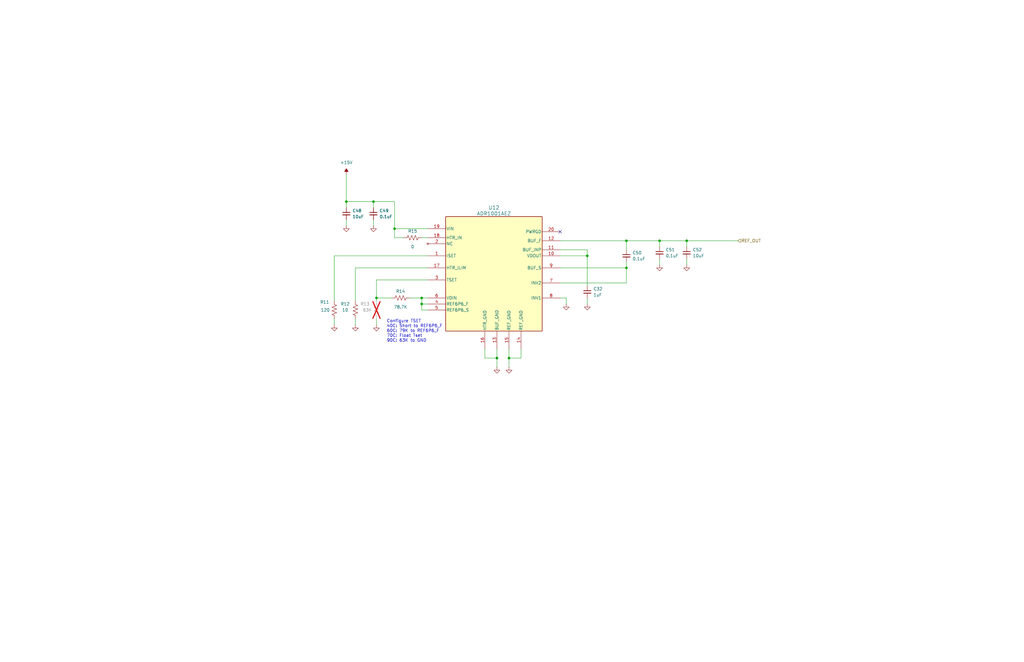
<source format=kicad_sch>
(kicad_sch (version 20250114) (generator "eeschema") (generator_version "9.0")
  (paper "B")
  (lib_symbols
    (symbol "Device:C_Small" (pin_numbers (hide yes)) (pin_names (offset 0.254) (hide yes))
      (property "Reference" "C" (at 0.254 1.778 0))
      (property "Value" "C_Small" (at 0.254 -2.032 0))
      (symbol "C_Small_0_1"
        (polyline (pts (xy -1.524 0.508) (xy 1.524 0.508)) (stroke (width 0.3048)))
        (polyline (pts (xy -1.524 -0.508) (xy 1.524 -0.508)) (stroke (width 0.3302)))
      )
      (symbol "C_Small_1_1"
        (pin passive line (at 0 2.54 270) (length 2.032) (name "~") (number "1"))
        (pin passive line (at 0 -2.54 90) (length 2.032) (name "~") (number "2"))
      )
    )
    (symbol "Device:R_US" (pin_numbers (hide yes)) (pin_names (offset 0))
      (property "Reference" "R" (at 2.54 0 90))
      (property "Value" "R_US" (at -2.54 0 90))
      (symbol "R_US_0_1"
        (polyline (pts (xy 0 2.286) (xy 0 2.54)))
        (polyline (pts (xy 0 2.286) (xy 1.016 1.905) (xy 0 1.524) (xy -1.016 1.143) (xy 0 0.762)))
        (polyline (pts (xy 0 0.762) (xy 1.016 0.381) (xy 0 0) (xy -1.016 -0.381) (xy 0 -0.762)))
        (polyline (pts (xy 0 -0.762) (xy 1.016 -1.143) (xy 0 -1.524) (xy -1.016 -1.905) (xy 0 -2.286)))
        (polyline (pts (xy 0 -2.286) (xy 0 -2.54)))
      )
      (symbol "R_US_1_1"
        (pin passive line (at 0 3.81 270) (length 1.27) (name "~") (number "1"))
        (pin passive line (at 0 -3.81 90) (length 1.27) (name "~") (number "2"))
      )
    )
    (symbol "PSC:+15V" (power) (pin_numbers (hide yes)) (pin_names (offset 0) (hide yes))
      (property "Value" "+15V" (at 0 3.556 0))
      (symbol "+15V_0_0"
        (pin power_in line (at 0 0 90) (length 0) (name "~") (number "1"))
      )
      (symbol "+15V_0_1"
        (polyline (pts (xy 0 0) (xy 0 1.27) (xy 0.762 1.27) (xy 0 2.54) (xy -0.762 1.27) (xy 0 1.27)) (fill (type outline)))
      )
    )
    (symbol "PSC:ADR1001AEZ" (pin_names (offset 0.254))
      (property "Reference" "U" (at 27.94 10.16 0))
      (property "Value" "ADR1001AEZ" (at 27.94 7.62 0))
      (symbol "ADR1001AEZ_0_1"
        (pin no_connect line (at 0 -5.08 0) (length 7.62) (name "NC") (number "2"))
        (pin unspecified line (at 0 -10.16 0) (length 7.62) (name "ISET") (number "1"))
        (pin unspecified line (at 0 -20.32 0) (length 7.62) (name "TSET") (number "3"))
        (pin input line (at 0 -27.94 0) (length 7.62) (name "VDIN") (number "6"))
        (pin power_in line (at 0 -30.48 0) (length 7.62) (name "REF6P6_F") (number "4"))
        (pin power_in line (at 0 -33.02 0) (length 7.62) (name "REF6P6_S") (number "5"))
        (pin unspecified line (at 55.88 0 180) (length 7.62) (name "PWRGD") (number "20"))
        (pin unspecified line (at 55.88 -3.81 180) (length 7.62) (name "BUF_F") (number "12"))
        (pin input line (at 55.88 -7.62 180) (length 7.62) (name "BUF_INP") (number "11"))
      )
      (symbol "ADR1001AEZ_1_1"
        (rectangle (start 7.62 6.35) (end 48.26 -41.91) (stroke (width 0.254)) (fill (type color) (color 255 255 194 1)))
        (pin power_in line (at 0 1.27 0) (length 7.62) (name "VIN") (number "19"))
        (pin power_in line (at 0 -2.54 0) (length 7.62) (name "HTR_IN") (number "18"))
        (pin unspecified line (at 0 -15.24 0) (length 7.62) (name "HTR_ILIM") (number "17"))
        (pin power_out line (at 24.13 -49.53 90) (length 7.62) (name "HTR_GND") (number "16"))
        (pin power_out line (at 29.21 -49.53 90) (length 7.62) (name "BUF_GND") (number "13"))
        (pin power_out line (at 34.29 -49.53 90) (length 7.62) (name "REF_GND") (number "15"))
        (pin power_out line (at 39.37 -49.53 90) (length 7.62) (name "REF_GND") (number "14"))
        (pin power_in line (at 55.88 -10.16 180) (length 7.62) (name "VDOUT") (number "10"))
        (pin input line (at 55.88 -15.24 180) (length 7.62) (name "BUF_S") (number "9"))
        (pin unspecified line (at 55.88 -21.59 180) (length 7.62) (name "INV2") (number "7"))
        (pin unspecified line (at 55.88 -27.94 180) (length 7.62) (name "INV1") (number "8"))
      )
    )
    (symbol "power:GND" (power) (pin_numbers (hide yes)) (pin_names (offset 0) (hide yes))
      (property "Value" "GND" (at 0 -3.81 0))
      (symbol "GND_0_1"
        (polyline (pts (xy 0 0) (xy 0 -1.27) (xy 1.27 -1.27) (xy 0 -2.54) (xy -1.27 -1.27) (xy 0 -1.27)))
      )
      (symbol "GND_1_1"
        (pin power_in line (at 0 0 270) (length 0) (name "~") (number "1"))
      )
    )
  )
  (text "Configure TSET\n40C: Short to REF6P6_F\n60C: 79K to REF6P6_F\n70C: Float Tset\n90C: 63K to GND" (at 163.068 139.7 0) (effects (font (size 1.27 1.27)) (justify left)))
  (junction (at 166.37 96.52))
  (junction (at 158.75 125.73))
  (junction (at 264.16 101.6))
  (junction (at 247.65 107.95))
  (junction (at 177.8 125.73))
  (junction (at 209.55 151.13))
  (junction (at 146.05 85.09))
  (junction (at 214.63 151.13))
  (junction (at 278.13 101.6))
  (junction (at 289.56 101.6))
  (junction (at 157.48 85.09))
  (junction (at 264.16 113.03))
  (junction (at 177.8 128.27))
  (no_connect (at 236.22 97.79))
  (wire (pts (xy 209.55 154.94) (xy 209.55 151.13)))
  (wire (pts (xy 157.48 95.25) (xy 157.48 92.71)))
  (wire (pts (xy 247.65 105.41) (xy 247.65 107.95)))
  (wire (pts (xy 172.72 125.73) (xy 177.8 125.73)))
  (wire (pts (xy 177.8 100.33) (xy 180.34 100.33)))
  (wire (pts (xy 146.05 85.09) (xy 157.48 85.09)))
  (wire (pts (xy 209.55 151.13) (xy 204.47 151.13)))
  (wire (pts (xy 166.37 100.33) (xy 166.37 96.52)))
  (wire (pts (xy 238.76 125.73) (xy 238.76 128.27)))
  (wire (pts (xy 204.47 147.32) (xy 204.47 151.13)))
  (wire (pts (xy 289.56 111.76) (xy 289.56 109.22)))
  (wire (pts (xy 166.37 85.09) (xy 166.37 96.52)))
  (wire (pts (xy 236.22 113.03) (xy 264.16 113.03)))
  (wire (pts (xy 149.86 113.03) (xy 149.86 127)))
  (wire (pts (xy 214.63 154.94) (xy 214.63 151.13)))
  (wire (pts (xy 247.65 107.95) (xy 247.65 120.65)))
  (wire (pts (xy 149.86 113.03) (xy 180.34 113.03)))
  (wire (pts (xy 289.56 104.14) (xy 289.56 101.6)))
  (wire (pts (xy 219.71 151.13) (xy 219.71 147.32)))
  (wire (pts (xy 214.63 147.32) (xy 214.63 151.13)))
  (wire (pts (xy 165.1 125.73) (xy 158.75 125.73)))
  (wire (pts (xy 157.48 87.63) (xy 157.48 85.09)))
  (wire (pts (xy 140.97 107.95) (xy 180.34 107.95)))
  (wire (pts (xy 140.97 137.16) (xy 140.97 134.62)))
  (wire (pts (xy 278.13 101.6) (xy 289.56 101.6)))
  (wire (pts (xy 177.8 128.27) (xy 177.8 130.81)))
  (wire (pts (xy 180.34 125.73) (xy 177.8 125.73)))
  (wire (pts (xy 236.22 105.41) (xy 247.65 105.41)))
  (wire (pts (xy 236.22 101.6) (xy 264.16 101.6)))
  (wire (pts (xy 158.75 118.11) (xy 158.75 125.73)))
  (wire (pts (xy 146.05 95.25) (xy 146.05 92.71)))
  (wire (pts (xy 177.8 125.73) (xy 177.8 128.27)))
  (wire (pts (xy 177.8 128.27) (xy 180.34 128.27)))
  (wire (pts (xy 264.16 119.38) (xy 264.16 113.03)))
  (wire (pts (xy 149.86 137.16) (xy 149.86 134.62)))
  (wire (pts (xy 158.75 125.73) (xy 158.75 127)))
  (wire (pts (xy 146.05 87.63) (xy 146.05 85.09)))
  (wire (pts (xy 214.63 151.13) (xy 219.71 151.13)))
  (wire (pts (xy 140.97 107.95) (xy 140.97 127)))
  (wire (pts (xy 278.13 104.14) (xy 278.13 101.6)))
  (wire (pts (xy 177.8 130.81) (xy 180.34 130.81)))
  (wire (pts (xy 157.48 85.09) (xy 166.37 85.09)))
  (wire (pts (xy 264.16 101.6) (xy 264.16 105.41)))
  (wire (pts (xy 158.75 137.16) (xy 158.75 134.62)))
  (wire (pts (xy 278.13 111.76) (xy 278.13 109.22)))
  (wire (pts (xy 158.75 118.11) (xy 180.34 118.11)))
  (wire (pts (xy 170.18 100.33) (xy 166.37 100.33)))
  (wire (pts (xy 289.56 101.6) (xy 311.15 101.6)))
  (wire (pts (xy 264.16 113.03) (xy 264.16 110.49)))
  (wire (pts (xy 264.16 101.6) (xy 278.13 101.6)))
  (wire (pts (xy 236.22 125.73) (xy 238.76 125.73)))
  (wire (pts (xy 146.05 85.09) (xy 146.05 73.66)))
  (wire (pts (xy 236.22 107.95) (xy 247.65 107.95)))
  (wire (pts (xy 236.22 119.38) (xy 264.16 119.38)))
  (wire (pts (xy 209.55 147.32) (xy 209.55 151.13)))
  (wire (pts (xy 247.65 128.27) (xy 247.65 125.73)))
  (wire (pts (xy 180.34 96.52) (xy 166.37 96.52)))
  (hierarchical_label "REF_OUT" (shape input) (at 311.15 101.6 0))
  (symbol (lib_id "Device:C_Small") (at 289.56 106.68 0) (unit 1)
    (property "Reference" "C52" (at 292.1 105.4162 0) (effects (justify left)))
    (property "Value" "10uF" (at 292.1 107.9562 0) (effects (justify left)))
    (property "Footprint" "Capacitor_SMD:C_0603_1608Metric" (effects (hide yes)))
    (property "Description" "CAP CER 10UF 25V X5R 0603" (effects (hide yes)))
    (property "Voltage" "25V" (effects (hide yes)))
    (property "MFG" "Samsung" (effects (hide yes)))
    (property "MFG_PN" "CL10A106MA8NRNC\n" (effects (hide yes)))
  )
  (symbol (lib_id "Device:C_Small") (at 264.16 107.95 0) (unit 1)
    (property "Reference" "C50" (at 266.7 106.6862 0) (effects (justify left)))
    (property "Value" "0.1uF" (at 266.7 109.2262 0) (effects (justify left)))
    (property "Footprint" "Capacitor_SMD:C_0402_1005Metric" (effects (hide yes)))
    (property "Description" "CAP CER 0.1UF 25V X5R 0402" (effects (hide yes)))
    (property "MFG" "Taiyo Yuden" (effects (hide yes)))
    (property "MFG_PN" "TMK105BJ104KV-F\n" (effects (hide yes)))
  )
  (symbol (lib_id "power:GND") (at 157.48 95.25 0) (unit 1)
    (property "Reference" "#PWR081" (effects (hide yes)))
    (property "Value" "GND" (effects (hide yes)))
    (property "Description" "Power symbol creates a global label with name \"GND\" , ground" (effects (hide yes)))
  )
  (symbol (lib_id "Device:R_US") (at 149.86 130.81 180) (unit 1)
    (property "Reference" "R12" (at 145.542 128.27 0))
    (property "Value" "10" (at 145.542 130.81 0))
    (property "Footprint" "Resistor_SMD:R_0402_1005Metric" (effects (hide yes)))
    (property "Description" "RES SMD 10 OHM 1% 1/10W 0402" (effects (hide yes)))
    (property "Tolerance" "1%" (effects (hide yes)))
    (property "Cost" ".01" (effects (hide yes)))
    (property "MFG" "Panasonic" (effects (hide yes)))
    (property "MFG_PN" "ERJ-2RKF10R0X" (effects (hide yes)))
  )
  (symbol (lib_id "power:GND") (at 140.97 137.16 0) (unit 1)
    (property "Reference" "#PWR077" (effects (hide yes)))
    (property "Value" "GND" (effects (hide yes)))
    (property "Description" "Power symbol creates a global label with name \"GND\" , ground" (effects (hide yes)))
  )
  (symbol (lib_id "power:GND") (at 278.13 111.76 0) (unit 1)
    (property "Reference" "#PWR086" (effects (hide yes)))
    (property "Value" "GND" (effects (hide yes)))
    (property "Description" "Power symbol creates a global label with name \"GND\" , ground" (effects (hide yes)))
  )
  (symbol (lib_id "power:GND") (at 146.05 95.25 0) (unit 1)
    (property "Reference" "#PWR079" (effects (hide yes)))
    (property "Value" "GND" (effects (hide yes)))
    (property "Description" "Power symbol creates a global label with name \"GND\" , ground" (effects (hide yes)))
  )
  (symbol (lib_id "PSC:ADR1001AEZ") (at 180.34 97.79 0) (unit 1)
    (property "Reference" "U12" (at 208.28 87.63 0) (effects (font (size 1.524 1.524))))
    (property "Value" "ADR1001AEZ" (at 208.28 90.17 0) (effects (font (size 1.524 1.524))))
    (property "Footprint" "E-20-1_ADI" (effects (hide yes)))
    (property "Datasheet" "ADR1001AEZ" (effects (hide yes)))
    (property "Description" "IC VREF SERIES 5V 0.25% 20CLCC" (effects (hide yes)))
    (property "Cost" "100.10" (effects (hide yes)))
    (property "MFG" "Analog Devices" (effects (hide yes)))
    (property "MFG_PN" "ADR1001AEZ" (effects (hide yes)))
  )
  (symbol (lib_id "power:GND") (at 289.56 111.76 0) (unit 1)
    (property "Reference" "#PWR087" (effects (hide yes)))
    (property "Value" "GND" (effects (hide yes)))
    (property "Description" "Power symbol creates a global label with name \"GND\" , ground" (effects (hide yes)))
  )
  (symbol (lib_id "power:GND") (at 238.76 128.27 0) (unit 1)
    (property "Reference" "#PWR085" (effects (hide yes)))
    (property "Value" "GND" (effects (hide yes)))
    (property "Description" "Power symbol creates a global label with name \"GND\" , ground" (effects (hide yes)))
  )
  (symbol (lib_id "power:GND") (at 214.63 154.94 0) (unit 1)
    (property "Reference" "#PWR084" (effects (hide yes)))
    (property "Value" "GND" (effects (hide yes)))
    (property "Description" "Power symbol creates a global label with name \"GND\" , ground" (effects (hide yes)))
  )
  (symbol (lib_id "power:GND") (at 209.55 154.94 0) (unit 1)
    (property "Reference" "#PWR083" (effects (hide yes)))
    (property "Value" "GND" (effects (hide yes)))
    (property "Description" "Power symbol creates a global label with name \"GND\" , ground" (effects (hide yes)))
  )
  (symbol (lib_id "power:GND") (at 247.65 128.27 0) (unit 1)
    (property "Reference" "#PWR063" (effects (hide yes)))
    (property "Value" "GND" (effects (hide yes)))
    (property "Description" "Power symbol creates a global label with name \"GND\" , ground" (effects (hide yes)))
  )
  (symbol (lib_id "PSC:+15V") (at 146.05 73.66 0) (unit 1)
    (property "Reference" "#PWR078" (effects (hide yes)))
    (property "Value" "+15V" (at 146.05 68.58 0))
    (property "Description" "Power symbol creates a global label with name \"-15V\"" (effects (hide yes)))
  )
  (symbol (lib_id "power:GND") (at 158.75 137.16 0) (unit 1)
    (property "Reference" "#PWR082" (effects (hide yes)))
    (property "Value" "GND" (effects (hide yes)))
    (property "Description" "Power symbol creates a global label with name \"GND\" , ground" (effects (hide yes)))
  )
  (symbol (lib_id "Device:R_US") (at 140.97 130.81 180) (unit 1)
    (property "Reference" "R11" (at 136.906 127.508 0))
    (property "Value" "120" (at 137.16 130.81 0))
    (property "Footprint" "Resistor_SMD:R_0402_1005Metric" (effects (hide yes)))
    (property "Description" "RES SMD 120 OHM 1% 1/10W 0402" (effects (hide yes)))
    (property "Tolerance" "1%" (effects (hide yes)))
    (property "MFG" "Panasonic" (effects (hide yes)))
    (property "MFG_PN" "ERJ-2RKF1200X" (effects (hide yes)))
  )
  (symbol (lib_id "Device:R_US") (at 168.91 125.73 270) (unit 1)
    (property "Reference" "R14" (at 168.91 122.936 90))
    (property "Value" "78.7K" (at 168.91 129.54 90))
    (property "Footprint" "Resistor_SMD:R_0402_1005Metric" (effects (hide yes)))
    (property "Description" "RES SMD 78.7K OHM 1% 1/10W 0402" (effects (hide yes)))
    (property "Tolerance" "1%" (effects (hide yes)))
    (property "MFG" "Panasonic" (effects (hide yes)))
    (property "MFG_PN" "ERJ-2RKF7872X" (effects (hide yes)))
  )
  (symbol (lib_id "Device:C_Small") (at 247.65 123.19 0) (unit 1)
    (property "Reference" "C32" (at 250.19 121.9262 0) (effects (justify left)))
    (property "Value" "1uF" (at 250.19 124.4662 0) (effects (justify left)))
    (property "Footprint" "Capacitor_SMD:C_0603_1608Metric" (effects (hide yes)))
    (property "Description" "CAP CER 1UF 25V X7R 0603" (effects (hide yes)))
    (property "Voltage" "25V" (effects (hide yes)))
    (property "MFG" "Samsung" (effects (hide yes)))
    (property "MFG_PN" "CL10B105KA8NNNC\n" (effects (hide yes)))
    (property "Cost" ".01" (effects (hide yes)))
  )
  (symbol (lib_id "Device:C_Small") (at 278.13 106.68 0) (unit 1)
    (property "Reference" "C51" (at 280.67 105.4162 0) (effects (justify left)))
    (property "Value" "0.1uF" (at 280.67 107.9562 0) (effects (justify left)))
    (property "Footprint" "Capacitor_SMD:C_0402_1005Metric" (effects (hide yes)))
    (property "Description" "CAP CER 0.1UF 25V X5R 0402" (effects (hide yes)))
    (property "MFG" "Taiyo Yuden" (effects (hide yes)))
    (property "MFG_PN" "TMK105BJ104KV-F\n" (effects (hide yes)))
  )
  (symbol (lib_id "power:GND") (at 149.86 137.16 0) (unit 1)
    (property "Reference" "#PWR080" (effects (hide yes)))
    (property "Value" "GND" (effects (hide yes)))
    (property "Description" "Power symbol creates a global label with name \"GND\" , ground" (effects (hide yes)))
  )
  (symbol (lib_id "Device:R_US") (at 173.99 100.33 270) (unit 1)
    (property "Reference" "R15" (at 173.99 97.536 90))
    (property "Value" "0" (at 173.99 104.14 90))
    (property "Footprint" "Resistor_SMD:R_0402_1005Metric" (effects (hide yes)))
    (property "Description" "RES SMD 0 OHM JUMPER 1/10W 0402" (effects (hide yes)))
    (property "Tolerance" "1%" (effects (hide yes)))
    (property "MFG" "Panasonic" (effects (hide yes)))
    (property "MFG_PN" "ERJ-2GE0R00X" (effects (hide yes)))
  )
  (symbol (lib_id "Device:C_Small") (at 157.48 90.17 0) (unit 1)
    (property "Reference" "C49" (at 160.02 88.9062 0) (effects (justify left)))
    (property "Value" "0.1uF" (at 160.02 91.4462 0) (effects (justify left)))
    (property "Footprint" "Capacitor_SMD:C_0402_1005Metric" (effects (hide yes)))
    (property "Description" "CAP CER 0.1UF 25V X5R 0402" (effects (hide yes)))
    (property "MFG" "Taiyo Yuden" (effects (hide yes)))
    (property "MFG_PN" "TMK105BJ104KV-F\n" (effects (hide yes)))
  )
  (symbol (lib_id "Device:C_Small") (at 146.05 90.17 0) (unit 1)
    (property "Reference" "C48" (at 148.59 88.9062 0) (effects (justify left)))
    (property "Value" "10uF" (at 148.59 91.4462 0) (effects (justify left)))
    (property "Footprint" "Capacitor_SMD:C_0603_1608Metric" (effects (hide yes)))
    (property "Description" "CAP CER 10UF 25V X5R 0603" (effects (hide yes)))
    (property "Voltage" "25V" (effects (hide yes)))
    (property "MFG" "Samsung" (effects (hide yes)))
    (property "MFG_PN" "CL10A106MA8NRNC\n" (effects (hide yes)))
  )
  (symbol (lib_id "Device:R_US") (at 158.75 130.81 180) (unit 1) (dnp yes)
    (property "Reference" "R13" (at 153.924 128.27 0))
    (property "Value" "63K" (at 154.94 130.81 0))
    (property "Footprint" "Resistor_SMD:R_0402_1005Metric" (effects (hide yes)))
    (property "Description" "RES SMD 63.4K OHM 1% 1/10W 0402" (effects (hide yes)))
    (property "Tolerance" "1%" (effects (hide yes)))
    (property "MFG" "Panasonic" (effects (hide yes)))
    (property "MFG_PN" "ERJ-2RKF6342X" (effects (hide yes)))
  )
)
</source>
